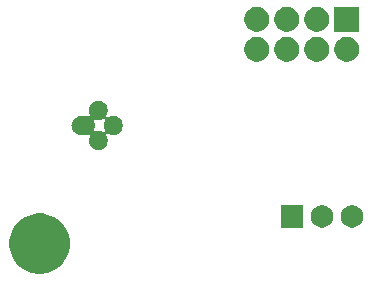
<source format=gbr>
G04 #@! TF.GenerationSoftware,KiCad,Pcbnew,5.1.6*
G04 #@! TF.CreationDate,2020-09-28T13:08:06+02:00*
G04 #@! TF.ProjectId,reference_board,72656665-7265-46e6-9365-5f626f617264,v3.2.1*
G04 #@! TF.SameCoordinates,Original*
G04 #@! TF.FileFunction,Soldermask,Bot*
G04 #@! TF.FilePolarity,Negative*
%FSLAX46Y46*%
G04 Gerber Fmt 4.6, Leading zero omitted, Abs format (unit mm)*
G04 Created by KiCad (PCBNEW 5.1.6) date 2020-09-28 13:08:06*
%MOMM*%
%LPD*%
G01*
G04 APERTURE LIST*
%ADD10C,0.100000*%
G04 APERTURE END LIST*
D10*
G36*
X104497480Y-69498998D02*
G01*
X104743807Y-69547995D01*
X105207878Y-69740220D01*
X105625530Y-70019286D01*
X105980714Y-70374470D01*
X106259780Y-70792122D01*
X106452005Y-71256193D01*
X106550000Y-71748847D01*
X106550000Y-72251153D01*
X106452005Y-72743807D01*
X106259780Y-73207878D01*
X105980714Y-73625530D01*
X105625530Y-73980714D01*
X105207878Y-74259780D01*
X104743807Y-74452005D01*
X104497480Y-74501003D01*
X104251154Y-74550000D01*
X103748846Y-74550000D01*
X103502520Y-74501003D01*
X103256193Y-74452005D01*
X102792122Y-74259780D01*
X102374470Y-73980714D01*
X102019286Y-73625530D01*
X101740220Y-73207878D01*
X101547995Y-72743807D01*
X101450000Y-72251153D01*
X101450000Y-71748847D01*
X101547995Y-71256193D01*
X101740220Y-70792122D01*
X102019286Y-70374470D01*
X102374470Y-70019286D01*
X102792122Y-69740220D01*
X103256193Y-69547995D01*
X103502520Y-69498998D01*
X103748846Y-69450000D01*
X104251154Y-69450000D01*
X104497480Y-69498998D01*
G37*
G36*
X130625336Y-68768254D02*
G01*
X130717105Y-68786508D01*
X130889994Y-68858121D01*
X131045590Y-68962087D01*
X131177913Y-69094410D01*
X131281879Y-69250006D01*
X131353492Y-69422895D01*
X131390000Y-69606433D01*
X131390000Y-69793567D01*
X131353492Y-69977105D01*
X131281879Y-70149994D01*
X131177913Y-70305590D01*
X131045590Y-70437913D01*
X130889994Y-70541879D01*
X130717105Y-70613492D01*
X130625336Y-70631746D01*
X130533568Y-70650000D01*
X130346432Y-70650000D01*
X130254664Y-70631746D01*
X130162895Y-70613492D01*
X129990006Y-70541879D01*
X129834410Y-70437913D01*
X129702087Y-70305590D01*
X129598121Y-70149994D01*
X129526508Y-69977105D01*
X129490000Y-69793567D01*
X129490000Y-69606433D01*
X129526508Y-69422895D01*
X129598121Y-69250006D01*
X129702087Y-69094410D01*
X129834410Y-68962087D01*
X129990006Y-68858121D01*
X130162895Y-68786508D01*
X130254664Y-68768254D01*
X130346432Y-68750000D01*
X130533568Y-68750000D01*
X130625336Y-68768254D01*
G37*
G36*
X128085336Y-68768254D02*
G01*
X128177105Y-68786508D01*
X128349994Y-68858121D01*
X128505590Y-68962087D01*
X128637913Y-69094410D01*
X128741879Y-69250006D01*
X128813492Y-69422895D01*
X128850000Y-69606433D01*
X128850000Y-69793567D01*
X128813492Y-69977105D01*
X128741879Y-70149994D01*
X128637913Y-70305590D01*
X128505590Y-70437913D01*
X128349994Y-70541879D01*
X128177105Y-70613492D01*
X128085336Y-70631746D01*
X127993568Y-70650000D01*
X127806432Y-70650000D01*
X127714664Y-70631746D01*
X127622895Y-70613492D01*
X127450006Y-70541879D01*
X127294410Y-70437913D01*
X127162087Y-70305590D01*
X127058121Y-70149994D01*
X126986508Y-69977105D01*
X126950000Y-69793567D01*
X126950000Y-69606433D01*
X126986508Y-69422895D01*
X127058121Y-69250006D01*
X127162087Y-69094410D01*
X127294410Y-68962087D01*
X127450006Y-68858121D01*
X127622895Y-68786508D01*
X127714664Y-68768254D01*
X127806432Y-68750000D01*
X127993568Y-68750000D01*
X128085336Y-68768254D01*
G37*
G36*
X126310000Y-70650000D02*
G01*
X124410000Y-70650000D01*
X124410000Y-68750000D01*
X126310000Y-68750000D01*
X126310000Y-70650000D01*
G37*
G36*
X109203351Y-59960743D02*
G01*
X109348941Y-60021048D01*
X109479970Y-60108599D01*
X109591401Y-60220030D01*
X109678952Y-60351059D01*
X109739257Y-60496649D01*
X109770000Y-60651206D01*
X109770000Y-60808794D01*
X109739257Y-60963351D01*
X109678951Y-61108943D01*
X109661376Y-61135246D01*
X109649825Y-61156856D01*
X109642712Y-61180305D01*
X109640310Y-61204692D01*
X109642712Y-61229078D01*
X109649825Y-61252527D01*
X109661376Y-61274137D01*
X109676922Y-61293079D01*
X109695864Y-61308624D01*
X109717474Y-61320175D01*
X109740923Y-61327288D01*
X109765310Y-61329690D01*
X109789696Y-61327288D01*
X109813145Y-61320175D01*
X109834754Y-61308624D01*
X109861057Y-61291049D01*
X110006649Y-61230743D01*
X110161206Y-61200000D01*
X110318794Y-61200000D01*
X110473351Y-61230743D01*
X110618941Y-61291048D01*
X110749970Y-61378599D01*
X110861401Y-61490030D01*
X110948952Y-61621059D01*
X111009257Y-61766649D01*
X111040000Y-61921206D01*
X111040000Y-62078794D01*
X111009257Y-62233351D01*
X110948952Y-62378941D01*
X110861401Y-62509970D01*
X110749970Y-62621401D01*
X110618941Y-62708952D01*
X110473351Y-62769257D01*
X110318794Y-62800000D01*
X110161206Y-62800000D01*
X110006649Y-62769257D01*
X109861057Y-62708951D01*
X109834754Y-62691376D01*
X109813144Y-62679825D01*
X109789695Y-62672712D01*
X109765308Y-62670310D01*
X109740922Y-62672712D01*
X109717473Y-62679825D01*
X109695863Y-62691376D01*
X109676921Y-62706922D01*
X109661376Y-62725864D01*
X109649825Y-62747474D01*
X109642712Y-62770923D01*
X109640310Y-62795310D01*
X109642712Y-62819696D01*
X109649825Y-62843145D01*
X109661376Y-62864754D01*
X109678951Y-62891057D01*
X109739257Y-63036649D01*
X109770000Y-63191206D01*
X109770000Y-63348794D01*
X109739257Y-63503351D01*
X109678952Y-63648941D01*
X109591401Y-63779970D01*
X109479970Y-63891401D01*
X109348941Y-63978952D01*
X109203351Y-64039257D01*
X109048794Y-64070000D01*
X108891206Y-64070000D01*
X108736649Y-64039257D01*
X108591059Y-63978952D01*
X108460030Y-63891401D01*
X108348599Y-63779970D01*
X108261048Y-63648941D01*
X108200743Y-63503351D01*
X108170000Y-63348794D01*
X108170000Y-63191206D01*
X108200743Y-63036649D01*
X108237880Y-62946992D01*
X108244993Y-62923543D01*
X108247395Y-62899157D01*
X108244993Y-62874770D01*
X108237880Y-62851322D01*
X108226329Y-62829711D01*
X108210783Y-62810769D01*
X108191841Y-62795224D01*
X108170231Y-62783673D01*
X108146782Y-62776560D01*
X108122396Y-62774158D01*
X108086116Y-62779539D01*
X108056827Y-62788424D01*
X107987785Y-62795224D01*
X107939294Y-62800000D01*
X107460706Y-62800000D01*
X107412215Y-62795224D01*
X107343173Y-62788424D01*
X107192372Y-62742679D01*
X107192370Y-62742678D01*
X107053395Y-62668394D01*
X106931578Y-62568422D01*
X106831606Y-62446605D01*
X106757322Y-62307630D01*
X106757321Y-62307628D01*
X106711576Y-62156827D01*
X106696130Y-62000000D01*
X106711576Y-61843173D01*
X106757321Y-61692372D01*
X106790914Y-61629523D01*
X108625821Y-61629523D01*
X108628223Y-61653909D01*
X108635336Y-61677358D01*
X108640581Y-61688447D01*
X108642679Y-61692372D01*
X108688424Y-61843173D01*
X108703870Y-62000000D01*
X108688424Y-62156827D01*
X108642679Y-62307628D01*
X108640582Y-62311551D01*
X108631204Y-62334190D01*
X108626423Y-62358223D01*
X108626423Y-62382727D01*
X108631203Y-62406760D01*
X108640580Y-62429399D01*
X108654193Y-62449774D01*
X108671520Y-62467101D01*
X108691894Y-62480715D01*
X108714533Y-62490093D01*
X108738566Y-62494874D01*
X108763070Y-62494874D01*
X108775199Y-62493075D01*
X108867628Y-62474690D01*
X108891206Y-62470000D01*
X109048794Y-62470000D01*
X109203351Y-62500743D01*
X109348943Y-62561049D01*
X109375246Y-62578624D01*
X109396856Y-62590175D01*
X109420305Y-62597288D01*
X109444692Y-62599690D01*
X109469078Y-62597288D01*
X109492527Y-62590175D01*
X109514137Y-62578624D01*
X109533079Y-62563078D01*
X109548624Y-62544136D01*
X109560175Y-62522526D01*
X109567288Y-62499077D01*
X109569690Y-62474690D01*
X109567288Y-62450304D01*
X109560175Y-62426855D01*
X109548624Y-62405246D01*
X109531049Y-62378943D01*
X109470743Y-62233351D01*
X109440000Y-62078794D01*
X109440000Y-61921206D01*
X109470743Y-61766649D01*
X109531049Y-61621057D01*
X109548624Y-61594754D01*
X109560175Y-61573144D01*
X109567288Y-61549695D01*
X109569690Y-61525308D01*
X109567288Y-61500922D01*
X109560175Y-61477473D01*
X109548624Y-61455863D01*
X109533078Y-61436921D01*
X109514136Y-61421376D01*
X109492526Y-61409825D01*
X109469077Y-61402712D01*
X109444690Y-61400310D01*
X109420304Y-61402712D01*
X109396855Y-61409825D01*
X109375246Y-61421376D01*
X109348943Y-61438951D01*
X109203351Y-61499257D01*
X109048794Y-61530000D01*
X108891206Y-61530000D01*
X108848391Y-61521483D01*
X108775203Y-61506926D01*
X108750820Y-61504524D01*
X108726434Y-61506926D01*
X108702985Y-61514039D01*
X108681374Y-61525590D01*
X108662432Y-61541135D01*
X108646887Y-61560077D01*
X108635336Y-61581688D01*
X108628223Y-61605137D01*
X108625821Y-61629523D01*
X106790914Y-61629523D01*
X106795440Y-61621057D01*
X106831606Y-61553395D01*
X106931578Y-61431578D01*
X107053395Y-61331606D01*
X107192370Y-61257322D01*
X107192372Y-61257321D01*
X107343173Y-61211576D01*
X107421529Y-61203859D01*
X107460706Y-61200000D01*
X107939294Y-61200000D01*
X107978471Y-61203859D01*
X108056827Y-61211576D01*
X108086119Y-61220462D01*
X108110144Y-61225240D01*
X108134648Y-61225240D01*
X108158681Y-61220460D01*
X108181320Y-61211082D01*
X108201694Y-61197469D01*
X108219021Y-61180142D01*
X108232635Y-61159767D01*
X108242013Y-61137128D01*
X108246793Y-61113095D01*
X108246793Y-61088591D01*
X108237880Y-61053008D01*
X108200743Y-60963351D01*
X108170000Y-60808794D01*
X108170000Y-60651206D01*
X108200743Y-60496649D01*
X108261048Y-60351059D01*
X108348599Y-60220030D01*
X108460030Y-60108599D01*
X108591059Y-60021048D01*
X108736649Y-59960743D01*
X108891206Y-59930000D01*
X109048794Y-59930000D01*
X109203351Y-59960743D01*
G37*
G36*
X122508687Y-54495027D02*
G01*
X122686274Y-54530350D01*
X122877362Y-54609502D01*
X123049336Y-54724411D01*
X123195589Y-54870664D01*
X123310498Y-55042638D01*
X123389650Y-55233726D01*
X123430000Y-55436584D01*
X123430000Y-55643416D01*
X123389650Y-55846274D01*
X123310498Y-56037362D01*
X123195589Y-56209336D01*
X123049336Y-56355589D01*
X122877362Y-56470498D01*
X122686274Y-56549650D01*
X122508687Y-56584973D01*
X122483417Y-56590000D01*
X122276583Y-56590000D01*
X122251313Y-56584973D01*
X122073726Y-56549650D01*
X121882638Y-56470498D01*
X121710664Y-56355589D01*
X121564411Y-56209336D01*
X121449502Y-56037362D01*
X121370350Y-55846274D01*
X121330000Y-55643416D01*
X121330000Y-55436584D01*
X121370350Y-55233726D01*
X121449502Y-55042638D01*
X121564411Y-54870664D01*
X121710664Y-54724411D01*
X121882638Y-54609502D01*
X122073726Y-54530350D01*
X122251313Y-54495027D01*
X122276583Y-54490000D01*
X122483417Y-54490000D01*
X122508687Y-54495027D01*
G37*
G36*
X125048687Y-54495027D02*
G01*
X125226274Y-54530350D01*
X125417362Y-54609502D01*
X125589336Y-54724411D01*
X125735589Y-54870664D01*
X125850498Y-55042638D01*
X125929650Y-55233726D01*
X125970000Y-55436584D01*
X125970000Y-55643416D01*
X125929650Y-55846274D01*
X125850498Y-56037362D01*
X125735589Y-56209336D01*
X125589336Y-56355589D01*
X125417362Y-56470498D01*
X125226274Y-56549650D01*
X125048687Y-56584973D01*
X125023417Y-56590000D01*
X124816583Y-56590000D01*
X124791313Y-56584973D01*
X124613726Y-56549650D01*
X124422638Y-56470498D01*
X124250664Y-56355589D01*
X124104411Y-56209336D01*
X123989502Y-56037362D01*
X123910350Y-55846274D01*
X123870000Y-55643416D01*
X123870000Y-55436584D01*
X123910350Y-55233726D01*
X123989502Y-55042638D01*
X124104411Y-54870664D01*
X124250664Y-54724411D01*
X124422638Y-54609502D01*
X124613726Y-54530350D01*
X124791313Y-54495027D01*
X124816583Y-54490000D01*
X125023417Y-54490000D01*
X125048687Y-54495027D01*
G37*
G36*
X127588687Y-54495027D02*
G01*
X127766274Y-54530350D01*
X127957362Y-54609502D01*
X128129336Y-54724411D01*
X128275589Y-54870664D01*
X128390498Y-55042638D01*
X128469650Y-55233726D01*
X128510000Y-55436584D01*
X128510000Y-55643416D01*
X128469650Y-55846274D01*
X128390498Y-56037362D01*
X128275589Y-56209336D01*
X128129336Y-56355589D01*
X127957362Y-56470498D01*
X127766274Y-56549650D01*
X127588687Y-56584973D01*
X127563417Y-56590000D01*
X127356583Y-56590000D01*
X127331313Y-56584973D01*
X127153726Y-56549650D01*
X126962638Y-56470498D01*
X126790664Y-56355589D01*
X126644411Y-56209336D01*
X126529502Y-56037362D01*
X126450350Y-55846274D01*
X126410000Y-55643416D01*
X126410000Y-55436584D01*
X126450350Y-55233726D01*
X126529502Y-55042638D01*
X126644411Y-54870664D01*
X126790664Y-54724411D01*
X126962638Y-54609502D01*
X127153726Y-54530350D01*
X127331313Y-54495027D01*
X127356583Y-54490000D01*
X127563417Y-54490000D01*
X127588687Y-54495027D01*
G37*
G36*
X130128687Y-54495027D02*
G01*
X130306274Y-54530350D01*
X130497362Y-54609502D01*
X130669336Y-54724411D01*
X130815589Y-54870664D01*
X130930498Y-55042638D01*
X131009650Y-55233726D01*
X131050000Y-55436584D01*
X131050000Y-55643416D01*
X131009650Y-55846274D01*
X130930498Y-56037362D01*
X130815589Y-56209336D01*
X130669336Y-56355589D01*
X130497362Y-56470498D01*
X130306274Y-56549650D01*
X130128687Y-56584973D01*
X130103417Y-56590000D01*
X129896583Y-56590000D01*
X129871313Y-56584973D01*
X129693726Y-56549650D01*
X129502638Y-56470498D01*
X129330664Y-56355589D01*
X129184411Y-56209336D01*
X129069502Y-56037362D01*
X128990350Y-55846274D01*
X128950000Y-55643416D01*
X128950000Y-55436584D01*
X128990350Y-55233726D01*
X129069502Y-55042638D01*
X129184411Y-54870664D01*
X129330664Y-54724411D01*
X129502638Y-54609502D01*
X129693726Y-54530350D01*
X129871313Y-54495027D01*
X129896583Y-54490000D01*
X130103417Y-54490000D01*
X130128687Y-54495027D01*
G37*
G36*
X127588687Y-51955027D02*
G01*
X127766274Y-51990350D01*
X127957362Y-52069502D01*
X128129336Y-52184411D01*
X128275589Y-52330664D01*
X128390498Y-52502638D01*
X128469650Y-52693726D01*
X128510000Y-52896584D01*
X128510000Y-53103416D01*
X128469650Y-53306274D01*
X128390498Y-53497362D01*
X128275589Y-53669336D01*
X128129336Y-53815589D01*
X127957362Y-53930498D01*
X127766274Y-54009650D01*
X127588687Y-54044973D01*
X127563417Y-54050000D01*
X127356583Y-54050000D01*
X127331313Y-54044973D01*
X127153726Y-54009650D01*
X126962638Y-53930498D01*
X126790664Y-53815589D01*
X126644411Y-53669336D01*
X126529502Y-53497362D01*
X126450350Y-53306274D01*
X126410000Y-53103416D01*
X126410000Y-52896584D01*
X126450350Y-52693726D01*
X126529502Y-52502638D01*
X126644411Y-52330664D01*
X126790664Y-52184411D01*
X126962638Y-52069502D01*
X127153726Y-51990350D01*
X127331313Y-51955027D01*
X127356583Y-51950000D01*
X127563417Y-51950000D01*
X127588687Y-51955027D01*
G37*
G36*
X125048687Y-51955027D02*
G01*
X125226274Y-51990350D01*
X125417362Y-52069502D01*
X125589336Y-52184411D01*
X125735589Y-52330664D01*
X125850498Y-52502638D01*
X125929650Y-52693726D01*
X125970000Y-52896584D01*
X125970000Y-53103416D01*
X125929650Y-53306274D01*
X125850498Y-53497362D01*
X125735589Y-53669336D01*
X125589336Y-53815589D01*
X125417362Y-53930498D01*
X125226274Y-54009650D01*
X125048687Y-54044973D01*
X125023417Y-54050000D01*
X124816583Y-54050000D01*
X124791313Y-54044973D01*
X124613726Y-54009650D01*
X124422638Y-53930498D01*
X124250664Y-53815589D01*
X124104411Y-53669336D01*
X123989502Y-53497362D01*
X123910350Y-53306274D01*
X123870000Y-53103416D01*
X123870000Y-52896584D01*
X123910350Y-52693726D01*
X123989502Y-52502638D01*
X124104411Y-52330664D01*
X124250664Y-52184411D01*
X124422638Y-52069502D01*
X124613726Y-51990350D01*
X124791313Y-51955027D01*
X124816583Y-51950000D01*
X125023417Y-51950000D01*
X125048687Y-51955027D01*
G37*
G36*
X131050000Y-54050000D02*
G01*
X128950000Y-54050000D01*
X128950000Y-51950000D01*
X131050000Y-51950000D01*
X131050000Y-54050000D01*
G37*
G36*
X122508687Y-51955027D02*
G01*
X122686274Y-51990350D01*
X122877362Y-52069502D01*
X123049336Y-52184411D01*
X123195589Y-52330664D01*
X123310498Y-52502638D01*
X123389650Y-52693726D01*
X123430000Y-52896584D01*
X123430000Y-53103416D01*
X123389650Y-53306274D01*
X123310498Y-53497362D01*
X123195589Y-53669336D01*
X123049336Y-53815589D01*
X122877362Y-53930498D01*
X122686274Y-54009650D01*
X122508687Y-54044973D01*
X122483417Y-54050000D01*
X122276583Y-54050000D01*
X122251313Y-54044973D01*
X122073726Y-54009650D01*
X121882638Y-53930498D01*
X121710664Y-53815589D01*
X121564411Y-53669336D01*
X121449502Y-53497362D01*
X121370350Y-53306274D01*
X121330000Y-53103416D01*
X121330000Y-52896584D01*
X121370350Y-52693726D01*
X121449502Y-52502638D01*
X121564411Y-52330664D01*
X121710664Y-52184411D01*
X121882638Y-52069502D01*
X122073726Y-51990350D01*
X122251313Y-51955027D01*
X122276583Y-51950000D01*
X122483417Y-51950000D01*
X122508687Y-51955027D01*
G37*
M02*

</source>
